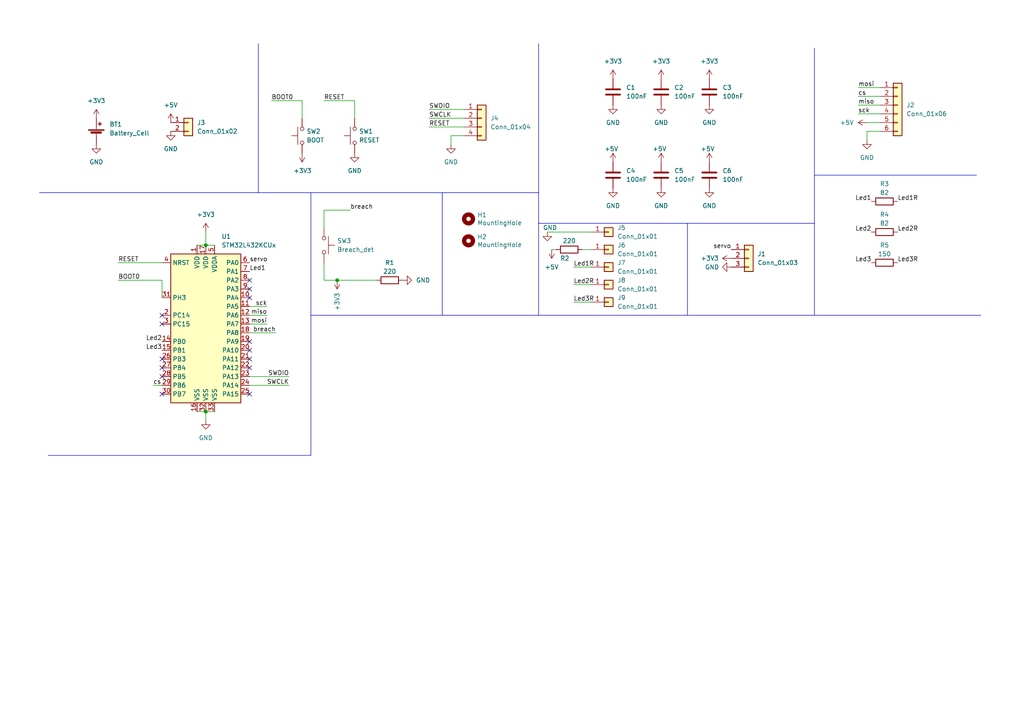
<source format=kicad_sch>
(kicad_sch (version 20230121) (generator eeschema)
  (paper "A4")
  (title_block (date "2022-06-07") (company "Mark De Craemere"))
  (lib_symbols
    (symbol "Connector_Generic:Conn_01x01" (pin_names (offset 1.016) hide)
      (property "Reference" "J" (at 0 2.54 0))
      (property "Value" "Conn_01x01" (at 0 -2.54 0))
      (symbol "Conn_01x01_1_1"
        (rectangle (start -1.27 0.127) (end 0 -0.127) (stroke (width 0.1524)))
        (rectangle (start -1.27 1.27) (end 1.27 -1.27) (stroke (width 0.254)) (fill (type background)))
        (pin passive line (at -5.08 0 0) (length 3.81) (name "Pin_1") (number "1"))
      )
    )
    (symbol "Connector_Generic:Conn_01x02" (pin_names (offset 1.016) hide)
      (property "Reference" "J" (at 0 2.54 0))
      (property "Value" "Conn_01x02" (at 0 -5.08 0))
      (symbol "Conn_01x02_1_1"
        (rectangle (start -1.27 -2.413) (end 0 -2.667) (stroke (width 0.1524)))
        (rectangle (start -1.27 0.127) (end 0 -0.127) (stroke (width 0.1524)))
        (rectangle (start -1.27 1.27) (end 1.27 -3.81) (stroke (width 0.254)) (fill (type background)))
        (pin passive line (at -5.08 0 0) (length 3.81) (name "Pin_1") (number "1"))
        (pin passive line (at -5.08 -2.54 0) (length 3.81) (name "Pin_2") (number "2"))
      )
    )
    (symbol "Connector_Generic:Conn_01x03" (pin_names (offset 1.016) hide)
      (property "Reference" "J" (at 0 5.08 0))
      (property "Value" "Conn_01x03" (at 0 -5.08 0))
      (symbol "Conn_01x03_1_1"
        (rectangle (start -1.27 -2.413) (end 0 -2.667) (stroke (width 0.1524)))
        (rectangle (start -1.27 0.127) (end 0 -0.127) (stroke (width 0.1524)))
        (rectangle (start -1.27 2.667) (end 0 2.413) (stroke (width 0.1524)))
        (rectangle (start -1.27 3.81) (end 1.27 -3.81) (stroke (width 0.254)) (fill (type background)))
        (pin passive line (at -5.08 2.54 0) (length 3.81) (name "Pin_1") (number "1"))
        (pin passive line (at -5.08 0 0) (length 3.81) (name "Pin_2") (number "2"))
        (pin passive line (at -5.08 -2.54 0) (length 3.81) (name "Pin_3") (number "3"))
      )
    )
    (symbol "Connector_Generic:Conn_01x04" (pin_names (offset 1.016) hide)
      (property "Reference" "J" (at 0 5.08 0))
      (property "Value" "Conn_01x04" (at 0 -7.62 0))
      (symbol "Conn_01x04_1_1"
        (rectangle (start -1.27 -4.953) (end 0 -5.207) (stroke (width 0.1524)))
        (rectangle (start -1.27 -2.413) (end 0 -2.667) (stroke (width 0.1524)))
        (rectangle (start -1.27 0.127) (end 0 -0.127) (stroke (width 0.1524)))
        (rectangle (start -1.27 2.667) (end 0 2.413) (stroke (width 0.1524)))
        (rectangle (start -1.27 3.81) (end 1.27 -6.35) (stroke (width 0.254)) (fill (type background)))
        (pin passive line (at -5.08 2.54 0) (length 3.81) (name "Pin_1") (number "1"))
        (pin passive line (at -5.08 0 0) (length 3.81) (name "Pin_2") (number "2"))
        (pin passive line (at -5.08 -2.54 0) (length 3.81) (name "Pin_3") (number "3"))
        (pin passive line (at -5.08 -5.08 0) (length 3.81) (name "Pin_4") (number "4"))
      )
    )
    (symbol "Connector_Generic:Conn_01x06" (pin_names (offset 1.016) hide)
      (property "Reference" "J" (at 0 7.62 0))
      (property "Value" "Conn_01x06" (at 0 -10.16 0))
      (symbol "Conn_01x06_1_1"
        (rectangle (start -1.27 -7.493) (end 0 -7.747) (stroke (width 0.1524)))
        (rectangle (start -1.27 -4.953) (end 0 -5.207) (stroke (width 0.1524)))
        (rectangle (start -1.27 -2.413) (end 0 -2.667) (stroke (width 0.1524)))
        (rectangle (start -1.27 0.127) (end 0 -0.127) (stroke (width 0.1524)))
        (rectangle (start -1.27 2.667) (end 0 2.413) (stroke (width 0.1524)))
        (rectangle (start -1.27 5.207) (end 0 4.953) (stroke (width 0.1524)))
        (rectangle (start -1.27 6.35) (end 1.27 -8.89) (stroke (width 0.254)) (fill (type background)))
        (pin passive line (at -5.08 5.08 0) (length 3.81) (name "Pin_1") (number "1"))
        (pin passive line (at -5.08 2.54 0) (length 3.81) (name "Pin_2") (number "2"))
        (pin passive line (at -5.08 0 0) (length 3.81) (name "Pin_3") (number "3"))
        (pin passive line (at -5.08 -2.54 0) (length 3.81) (name "Pin_4") (number "4"))
        (pin passive line (at -5.08 -5.08 0) (length 3.81) (name "Pin_5") (number "5"))
        (pin passive line (at -5.08 -7.62 0) (length 3.81) (name "Pin_6") (number "6"))
      )
    )
    (symbol "Device:Battery_Cell" (pin_numbers hide) (pin_names (offset 0) hide)
      (property "Reference" "BT" (at 2.54 2.54 0))
      (property "Value" "Battery_Cell" (at 2.54 0 0))
      (symbol "Battery_Cell_0_1"
        (rectangle (start -2.286 1.778) (end 2.286 1.524) (fill (type outline)))
        (rectangle (start -1.5748 1.1938) (end 1.4732 0.6858) (fill (type outline)))
        (polyline (pts (xy 0 0.762) (xy 0 0)))
        (polyline (pts (xy 0 1.778) (xy 0 2.54)))
        (polyline (pts (xy 0.508 3.429) (xy 1.524 3.429)) (stroke (width 0.254)))
        (polyline (pts (xy 1.016 3.937) (xy 1.016 2.921)) (stroke (width 0.254)))
      )
      (symbol "Battery_Cell_1_1"
        (pin passive line (at 0 5.08 270) (length 2.54) (name "+") (number "1"))
        (pin passive line (at 0 -2.54 90) (length 2.54) (name "-") (number "2"))
      )
    )
    (symbol "Device:C" (pin_numbers hide) (pin_names (offset 0.254))
      (property "Reference" "C" (at 0.635 2.54 0))
      (property "Value" "C" (at 0.635 -2.54 0))
      (symbol "C_0_1"
        (polyline (pts (xy -2.032 -0.762) (xy 2.032 -0.762)) (stroke (width 0.508)))
        (polyline (pts (xy -2.032 0.762) (xy 2.032 0.762)) (stroke (width 0.508)))
      )
      (symbol "C_1_1"
        (pin passive line (at 0 3.81 270) (length 2.794) (name "~") (number "1"))
        (pin passive line (at 0 -3.81 90) (length 2.794) (name "~") (number "2"))
      )
    )
    (symbol "Device:R" (pin_numbers hide) (pin_names (offset 0))
      (property "Reference" "R" (at 2.032 0 90))
      (property "Value" "R" (at 0 0 90))
      (symbol "R_0_1"
        (rectangle (start -1.016 -2.54) (end 1.016 2.54) (stroke (width 0.254)))
      )
      (symbol "R_1_1"
        (pin passive line (at 0 3.81 270) (length 1.27) (name "~") (number "1"))
        (pin passive line (at 0 -3.81 90) (length 1.27) (name "~") (number "2"))
      )
    )
    (symbol "MCU_ST_STM32L4:STM32L432KCUx"
      (property "Reference" "U" (at -10.16 21.59 0))
      (property "Value" "STM32L432KCUx" (at 5.08 21.59 0))
      (symbol "STM32L432KCUx_0_1"
        (rectangle (start -10.16 -22.86) (end 10.16 20.32) (stroke (width 0.254)) (fill (type background)))
      )
      (symbol "STM32L432KCUx_1_1"
        (pin power_in line (at -2.54 22.86 270) (length 2.54) (name "VDD") (number "1"))
        (pin bidirectional line (at 12.7 7.62 180) (length 2.54) (name "PA4") (number "10"))
        (pin bidirectional line (at 12.7 5.08 180) (length 2.54) (name "PA5") (number "11"))
        (pin bidirectional line (at 12.7 2.54 180) (length 2.54) (name "PA6") (number "12"))
        (pin bidirectional line (at 12.7 0 180) (length 2.54) (name "PA7") (number "13"))
        (pin bidirectional line (at -12.7 -5.08 0) (length 2.54) (name "PB0") (number "14"))
        (pin bidirectional line (at -12.7 -7.62 0) (length 2.54) (name "PB1") (number "15"))
        (pin power_in line (at -2.54 -25.4 90) (length 2.54) (name "VSS") (number "16"))
        (pin power_in line (at 0 22.86 270) (length 2.54) (name "VDD") (number "17"))
        (pin bidirectional line (at 12.7 -2.54 180) (length 2.54) (name "PA8") (number "18"))
        (pin bidirectional line (at 12.7 -5.08 180) (length 2.54) (name "PA9") (number "19"))
        (pin bidirectional line (at -12.7 2.54 0) (length 2.54) (name "PC14") (number "2"))
        (pin bidirectional line (at 12.7 -7.62 180) (length 2.54) (name "PA10") (number "20"))
        (pin bidirectional line (at 12.7 -10.16 180) (length 2.54) (name "PA11") (number "21"))
        (pin bidirectional line (at 12.7 -12.7 180) (length 2.54) (name "PA12") (number "22"))
        (pin bidirectional line (at 12.7 -15.24 180) (length 2.54) (name "PA13") (number "23"))
        (pin bidirectional line (at 12.7 -17.78 180) (length 2.54) (name "PA14") (number "24"))
        (pin bidirectional line (at 12.7 -20.32 180) (length 2.54) (name "PA15") (number "25"))
        (pin bidirectional line (at -12.7 -10.16 0) (length 2.54) (name "PB3") (number "26"))
        (pin bidirectional line (at -12.7 -12.7 0) (length 2.54) (name "PB4") (number "27"))
        (pin bidirectional line (at -12.7 -15.24 0) (length 2.54) (name "PB5") (number "28"))
        (pin bidirectional line (at -12.7 -17.78 0) (length 2.54) (name "PB6") (number "29"))
        (pin bidirectional line (at -12.7 0 0) (length 2.54) (name "PC15") (number "3"))
        (pin bidirectional line (at -12.7 -20.32 0) (length 2.54) (name "PB7") (number "30"))
        (pin bidirectional line (at -12.7 7.62 0) (length 2.54) (name "PH3") (number "31"))
        (pin power_in line (at 0 -25.4 90) (length 2.54) (name "VSS") (number "32"))
        (pin power_in line (at 2.54 -25.4 90) (length 2.54) (name "VSS") (number "33"))
        (pin input line (at -12.7 17.78 0) (length 2.54) (name "NRST") (number "4"))
        (pin power_in line (at 2.54 22.86 270) (length 2.54) (name "VDDA") (number "5"))
        (pin bidirectional line (at 12.7 17.78 180) (length 2.54) (name "PA0") (number "6"))
        (pin bidirectional line (at 12.7 15.24 180) (length 2.54) (name "PA1") (number "7"))
        (pin bidirectional line (at 12.7 12.7 180) (length 2.54) (name "PA2") (number "8"))
        (pin bidirectional line (at 12.7 10.16 180) (length 2.54) (name "PA3") (number "9"))
      )
    )
    (symbol "Mechanical:MountingHole" (pin_names (offset 1.016))
      (property "Reference" "H" (at 0 5.08 0))
      (property "Value" "MountingHole" (at 0 3.175 0))
      (symbol "MountingHole_0_1"
        (circle (center 0 0) (radius 1.27) (stroke (width 1.27)))
      )
    )
    (symbol "Switch:SW_Push" (pin_numbers hide) (pin_names (offset 1.016) hide)
      (property "Reference" "SW" (at 1.27 2.54 0))
      (property "Value" "SW_Push" (at 0 -1.524 0))
      (symbol "SW_Push_0_1"
        (circle (center -2.032 0) (radius 0.508))
        (polyline (pts (xy 0 1.27) (xy 0 3.048)))
        (polyline (pts (xy 2.54 1.27) (xy -2.54 1.27)))
        (circle (center 2.032 0) (radius 0.508))
        (pin passive line (at -5.08 0 0) (length 2.54) (name "1") (number "1"))
        (pin passive line (at 5.08 0 180) (length 2.54) (name "2") (number "2"))
      )
    )
    (symbol "power:+3.3V" (power) (pin_names (offset 0))
      (property "Value" "+3.3V" (at 0 3.556 0))
      (symbol "+3.3V_0_1"
        (polyline (pts (xy -0.762 1.27) (xy 0 2.54)))
        (polyline (pts (xy 0 0) (xy 0 2.54)))
        (polyline (pts (xy 0 2.54) (xy 0.762 1.27)))
      )
      (symbol "+3.3V_1_1"
        (pin power_in line (at 0 0 90) (length 0) hide (name "+3V3") (number "1"))
      )
    )
    (symbol "power:+5V" (power) (pin_names (offset 0))
      (property "Value" "+5V" (at 0 3.556 0))
      (symbol "+5V_0_1"
        (polyline (pts (xy -0.762 1.27) (xy 0 2.54)))
        (polyline (pts (xy 0 0) (xy 0 2.54)))
        (polyline (pts (xy 0 2.54) (xy 0.762 1.27)))
      )
      (symbol "+5V_1_1"
        (pin power_in line (at 0 0 90) (length 0) hide (name "+5V") (number "1"))
      )
    )
    (symbol "power:GND" (power) (pin_names (offset 0))
      (property "Value" "GND" (at 0 -3.81 0))
      (symbol "GND_0_1"
        (polyline (pts (xy 0 0) (xy 0 -1.27) (xy 1.27 -1.27) (xy 0 -2.54) (xy -1.27 -1.27) (xy 0 -1.27)))
      )
      (symbol "GND_1_1"
        (pin power_in line (at 0 0 270) (length 0) hide (name "GND") (number "1"))
      )
    )
  )
  (junction (at 59.69 119.38))
  (junction (at 59.69 71.12))
  (junction (at 97.79 81.28))
  (no_connect (at 72.39 99.06))
  (no_connect (at 72.39 101.6))
  (no_connect (at 46.99 91.44))
  (no_connect (at 46.99 93.98))
  (no_connect (at 72.39 104.14))
  (no_connect (at 72.39 106.68))
  (no_connect (at 46.99 106.68))
  (no_connect (at 46.99 114.3))
  (no_connect (at 46.99 109.22))
  (no_connect (at 72.39 114.3))
  (no_connect (at 72.39 81.28))
  (no_connect (at 72.39 83.82))
  (no_connect (at 46.99 104.14))
  (no_connect (at 72.39 86.36))
  (wire (pts (xy 130.81 39.37) (xy 130.81 41.91)))
  (wire (pts (xy 93.98 60.96) (xy 101.6 60.96)))
  (wire (pts (xy 59.69 119.38) (xy 62.23 119.38)))
  (wire (pts (xy 248.92 27.94) (xy 255.27 27.94)))
  (wire (pts (xy 166.37 87.63) (xy 171.45 87.63)))
  (polyline (pts (xy 199.39 91.44) (xy 199.39 64.77)))
  (polyline (pts (xy 156.21 64.77) (xy 236.22 64.77)))
  (wire (pts (xy 72.39 91.44) (xy 77.47 91.44)))
  (wire (pts (xy 124.46 31.75) (xy 134.62 31.75)))
  (wire (pts (xy 168.91 72.39) (xy 171.45 72.39)))
  (wire (pts (xy 251.46 35.56) (xy 255.27 35.56)))
  (wire (pts (xy 72.39 109.22) (xy 83.82 109.22)))
  (polyline (pts (xy 90.17 91.44) (xy 128.27 91.44)))
  (wire (pts (xy 248.92 25.4) (xy 255.27 25.4)))
  (wire (pts (xy 248.92 33.02) (xy 255.27 33.02)))
  (wire (pts (xy 166.37 77.47) (xy 171.45 77.47)))
  (wire (pts (xy 102.87 34.29) (xy 102.87 29.21)))
  (wire (pts (xy 46.99 86.36) (xy 46.99 81.28)))
  (wire (pts (xy 72.39 88.9) (xy 77.47 88.9)))
  (wire (pts (xy 34.29 76.2) (xy 46.99 76.2)))
  (polyline (pts (xy 156.21 91.44) (xy 199.39 91.44)))
  (wire (pts (xy 160.02 72.39) (xy 161.29 72.39)))
  (wire (pts (xy 166.37 82.55) (xy 171.45 82.55)))
  (polyline (pts (xy 283.21 50.8) (xy 236.22 50.8)))
  (polyline (pts (xy 156.21 12.7) (xy 156.21 55.88)))
  (polyline (pts (xy 236.22 91.44) (xy 284.48 91.44)))
  (polyline (pts (xy 156.21 55.88) (xy 156.21 64.77)))
  (wire (pts (xy 93.98 81.28) (xy 97.79 81.28)))
  (polyline (pts (xy 11.43 55.88) (xy 74.93 55.88)))
  (polyline (pts (xy 236.22 64.77) (xy 236.22 50.8)))
  (polyline (pts (xy 236.22 13.97) (xy 236.22 50.8)))
  (wire (pts (xy 59.69 67.31) (xy 59.69 71.12)))
  (polyline (pts (xy 199.39 91.44) (xy 236.22 91.44)))
  (wire (pts (xy 59.69 71.12) (xy 62.23 71.12)))
  (wire (pts (xy 34.29 81.28) (xy 46.99 81.28)))
  (wire (pts (xy 158.75 67.31) (xy 171.45 67.31)))
  (wire (pts (xy 124.46 36.83) (xy 134.62 36.83)))
  (polyline (pts (xy 128.27 91.44) (xy 128.27 55.88)))
  (wire (pts (xy 78.74 29.21) (xy 87.63 29.21)))
  (wire (pts (xy 134.62 39.37) (xy 130.81 39.37)))
  (polyline (pts (xy 156.21 64.77) (xy 156.21 91.44)))
  (wire (pts (xy 72.39 96.52) (xy 80.01 96.52)))
  (wire (pts (xy 93.98 66.04) (xy 93.98 60.96)))
  (wire (pts (xy 59.69 119.38) (xy 59.69 121.92)))
  (wire (pts (xy 251.46 38.1) (xy 251.46 40.64)))
  (wire (pts (xy 97.79 81.28) (xy 109.22 81.28)))
  (wire (pts (xy 57.15 119.38) (xy 59.69 119.38)))
  (polyline (pts (xy 74.93 55.88) (xy 156.21 55.88)))
  (polyline (pts (xy 236.22 91.44) (xy 236.22 64.77)))
  (polyline (pts (xy 90.17 132.08) (xy 90.17 55.88)))
  (wire (pts (xy 57.15 71.12) (xy 59.69 71.12)))
  (wire (pts (xy 72.39 93.98) (xy 77.47 93.98)))
  (wire (pts (xy 124.46 34.29) (xy 134.62 34.29)))
  (polyline (pts (xy 156.21 91.44) (xy 128.27 91.44)))
  (wire (pts (xy 72.39 111.76) (xy 83.82 111.76)))
  (wire (pts (xy 44.45 111.76) (xy 46.99 111.76)))
  (polyline (pts (xy 74.93 12.7) (xy 74.93 55.88)))
  (wire (pts (xy 87.63 34.29) (xy 87.63 29.21)))
  (wire (pts (xy 251.46 38.1) (xy 255.27 38.1)))
  (polyline (pts (xy 13.97 132.08) (xy 90.17 132.08)))
  (wire (pts (xy 248.92 30.48) (xy 255.27 30.48)))
  (wire (pts (xy 93.98 76.2) (xy 93.98 81.28)))
  (wire (pts (xy 93.98 29.21) (xy 102.87 29.21)))
  (label "Led1R" (at 260.35 58.42 0))
  (label "cs" (at 248.92 27.94 0))
  (label "miso" (at 248.92 30.48 0))
  (label "breach" (at 101.6 60.96 0))
  (label "RESET" (at 93.98 29.21 0))
  (label "Led2" (at 252.73 67.31 180))
  (label "sck" (at 248.92 33.02 0))
  (label "SWCLK" (at 83.82 111.76 180))
  (label "mosi" (at 248.92 25.4 0))
  (label "BOOT0" (at 34.29 81.28 0))
  (label "servo" (at 72.39 76.2 0))
  (label "Led3" (at 46.99 101.6 180))
  (label "cs" (at 44.45 111.76 0))
  (label "SWCLK" (at 124.46 34.29 0))
  (label "sck" (at 77.47 88.9 180))
  (label "Led1" (at 72.39 78.74 0))
  (label "SWDIO" (at 83.82 109.22 180))
  (label "miso" (at 77.47 91.44 180))
  (label "RESET" (at 34.29 76.2 0))
  (label "Led2" (at 46.99 99.06 180))
  (label "breach" (at 80.01 96.52 180))
  (label "Led3R" (at 166.37 87.63 0))
  (label "Led1R" (at 166.37 77.47 0))
  (label "BOOT0" (at 78.74 29.21 0))
  (label "SWDIO" (at 124.46 31.75 0))
  (label "Led3" (at 252.73 76.2 180))
  (label "Led1" (at 252.73 58.42 180))
  (label "Led2R" (at 260.35 67.31 0))
  (label "Led2R" (at 166.37 82.55 0))
  (label "Led3R" (at 260.35 76.2 0))
  (label "mosi" (at 77.47 93.98 180))
  (label "RESET" (at 124.46 36.83 0))
  (label "servo" (at 212.09 72.39 180))
  (symbol (lib_id "Device:R") (at 165.1 72.39 90) (unit 1)
    (property "Reference" "R2" (at 163.83 74.93 90))
    (property "Value" "220" (at 165.1 69.85 90))
    (property "Footprint" "Resistor_SMD:R_0805_2012Metric_Pad1.20x1.40mm_HandSolder" (effects hide))
  )
  (symbol (lib_id "Device:R") (at 256.54 58.42 90) (unit 1)
    (property "Reference" "R3" (at 256.54 53.34 90))
    (property "Value" "82" (at 256.54 55.88 90))
    (property "Footprint" "Resistor_SMD:R_0805_2012Metric_Pad1.20x1.40mm_HandSolder" (effects hide))
  )
  (symbol (lib_id "Device:C") (at 177.8 26.67 0) (unit 1)
    (property "Reference" "C1" (at 181.61 25.3999 0) (effects (justify left)))
    (property "Value" "100nF" (at 181.61 27.9399 0) (effects (justify left)))
    (property "Footprint" "Capacitor_SMD:C_0603_1608Metric_Pad1.08x0.95mm_HandSolder" (effects hide))
  )
  (symbol (lib_id "Device:C") (at 191.77 50.8 0) (unit 1)
    (property "Reference" "C5" (at 195.58 49.5299 0) (effects (justify left)))
    (property "Value" "100nF" (at 195.58 52.0699 0) (effects (justify left)))
    (property "Footprint" "Capacitor_SMD:C_0603_1608Metric_Pad1.08x0.95mm_HandSolder" (effects hide))
  )
  (symbol (lib_id "Device:Battery_Cell") (at 27.94 39.37 0) (unit 1)
    (property "Reference" "BT1" (at 31.75 36.0679 0) (effects (justify left)))
    (property "Value" "Battery_Cell" (at 31.75 38.6079 0) (effects (justify left)))
    (property "Footprint" "Battery:BatteryHolder_Keystone_3002_1x2032" (effects hide))
  )
  (symbol (lib_id "power:GND") (at 205.74 30.48 0) (unit 1)
    (property "Reference" "#PWR0114" (effects hide))
    (property "Value" "GND" (at 205.74 35.56 0))
  )
  (symbol (lib_id "power:+3.3V") (at 212.09 74.93 90) (unit 1)
    (property "Reference" "#PWR0109" (effects hide))
    (property "Value" "+3.3V" (at 203.2 74.93 90) (effects (justify right)))
  )
  (symbol (lib_id "Connector_Generic:Conn_01x01") (at 176.53 72.39 0) (unit 1)
    (property "Reference" "J6" (at 179.07 71.1199 0) (effects (justify left)))
    (property "Value" "Conn_01x01" (at 179.07 73.6599 0) (effects (justify left)))
    (property "Footprint" "Connector_Wire:SolderWirePad_1x01_SMD_1x2mm" (effects hide))
  )
  (symbol (lib_id "power:+3.3V") (at 97.79 81.28 180) (unit 1)
    (property "Reference" "#PWR0120" (effects hide))
    (property "Value" "+3.3V" (at 97.79 90.17 90) (effects (justify right)))
  )
  (symbol (lib_id "power:GND") (at 191.77 30.48 0) (unit 1)
    (property "Reference" "#PWR0104" (effects hide))
    (property "Value" "GND" (at 191.77 35.56 0))
  )
  (symbol (lib_id "Connector_Generic:Conn_01x01") (at 176.53 82.55 0) (unit 1)
    (property "Reference" "J8" (at 179.07 81.2799 0) (effects (justify left)))
    (property "Value" "Conn_01x01" (at 179.07 83.8199 0) (effects (justify left)))
    (property "Footprint" "Connector_Wire:SolderWirePad_1x01_SMD_1x2mm" (effects hide))
  )
  (symbol (lib_id "power:+5V") (at 177.8 46.99 0) (unit 1)
    (property "Reference" "#PWR0137" (effects hide))
    (property "Value" "+5V" (at 175.26 43.18 0) (effects (justify left)))
  )
  (symbol (lib_id "Switch:SW_Push") (at 102.87 39.37 90) (unit 1)
    (property "Reference" "SW1" (at 104.14 38.0999 90) (effects (justify right)))
    (property "Value" "RESET" (at 104.14 40.6399 90) (effects (justify right)))
    (property "Footprint" "Jumper:SolderJumper-2_P1.3mm_Open_Pad1.0x1.5mm" (effects hide))
  )
  (symbol (lib_id "Connector_Generic:Conn_01x03") (at 217.17 74.93 0) (unit 1)
    (property "Reference" "J1" (at 219.71 73.6599 0) (effects (justify left)))
    (property "Value" "Conn_01x03" (at 219.71 76.1999 0) (effects (justify left)))
    (property "Footprint" "Connector_PinHeader_2.54mm:PinHeader_1x03_P2.54mm_Vertical" (effects hide))
  )
  (symbol (lib_id "Connector_Generic:Conn_01x04") (at 139.7 34.29 0) (unit 1)
    (property "Reference" "J4" (at 142.24 34.2899 0) (effects (justify left)))
    (property "Value" "Conn_01x04" (at 142.24 36.8299 0) (effects (justify left)))
    (property "Footprint" "Connector_PinHeader_2.54mm:PinHeader_1x04_P2.54mm_Vertical" (effects hide))
  )
  (symbol (lib_id "power:GND") (at 251.46 40.64 0) (unit 1)
    (property "Reference" "#PWR0124" (effects hide))
    (property "Value" "GND" (at 251.46 45.72 0))
  )
  (symbol (lib_id "power:GND") (at 102.87 44.45 0) (unit 1)
    (property "Reference" "#PWR0110" (effects hide))
    (property "Value" "GND" (at 102.87 49.53 0))
  )
  (symbol (lib_id "Connector_Generic:Conn_01x01") (at 176.53 77.47 0) (unit 1)
    (property "Reference" "J7" (at 179.07 76.1999 0) (effects (justify left)))
    (property "Value" "Conn_01x01" (at 179.07 78.7399 0) (effects (justify left)))
    (property "Footprint" "Connector_Wire:SolderWirePad_1x01_SMD_1x2mm" (effects hide))
  )
  (symbol (lib_id "power:GND") (at 205.74 54.61 0) (unit 1)
    (property "Reference" "#PWR0133" (effects hide))
    (property "Value" "GND" (at 205.74 59.69 0))
  )
  (symbol (lib_id "Connector_Generic:Conn_01x01") (at 176.53 67.31 0) (unit 1)
    (property "Reference" "J5" (at 179.07 66.0399 0) (effects (justify left)))
    (property "Value" "Conn_01x01" (at 179.07 68.5799 0) (effects (justify left)))
    (property "Footprint" "Connector_Wire:SolderWirePad_1x01_SMD_1x2mm" (effects hide))
  )
  (symbol (lib_id "Device:R") (at 113.03 81.28 90) (unit 1)
    (property "Reference" "R1" (at 113.03 76.2 90))
    (property "Value" "220" (at 113.03 78.74 90))
    (property "Footprint" "Resistor_SMD:R_0805_2012Metric_Pad1.20x1.40mm_HandSolder" (effects hide))
  )
  (symbol (lib_id "power:GND") (at 27.94 41.91 0) (unit 1)
    (property "Reference" "#PWR0112" (effects hide))
    (property "Value" "GND" (at 27.94 46.99 0))
  )
  (symbol (lib_id "Connector_Generic:Conn_01x06") (at 260.35 30.48 0) (unit 1)
    (property "Reference" "J2" (at 262.89 30.4799 0) (effects (justify left)))
    (property "Value" "Conn_01x06" (at 262.89 33.0199 0) (effects (justify left)))
    (property "Footprint" "Connector_PinHeader_2.54mm:PinHeader_1x06_P2.54mm_Vertical" (effects hide))
  )
  (symbol (lib_id "Connector_Generic:Conn_01x01") (at 176.53 87.63 0) (unit 1)
    (property "Reference" "J9" (at 179.07 86.3599 0) (effects (justify left)))
    (property "Value" "Conn_01x01" (at 179.07 88.8999 0) (effects (justify left)))
    (property "Footprint" "Connector_Wire:SolderWirePad_1x01_SMD_1x2mm" (effects hide))
  )
  (symbol (lib_id "power:GND") (at 49.53 38.1 0) (unit 1)
    (property "Reference" "#PWR0102" (effects hide))
    (property "Value" "GND" (at 49.53 43.18 0))
  )
  (symbol (lib_id "Device:R") (at 256.54 67.31 90) (unit 1)
    (property "Reference" "R4" (at 256.54 62.23 90))
    (property "Value" "82" (at 256.54 64.77 90))
    (property "Footprint" "Resistor_SMD:R_0805_2012Metric_Pad1.20x1.40mm_HandSolder" (effects hide))
  )
  (symbol (lib_id "Device:C") (at 205.74 26.67 0) (unit 1)
    (property "Reference" "C3" (at 209.55 25.3999 0) (effects (justify left)))
    (property "Value" "100nF" (at 209.55 27.9399 0) (effects (justify left)))
    (property "Footprint" "Capacitor_SMD:C_0603_1608Metric_Pad1.08x0.95mm_HandSolder" (effects hide))
  )
  (symbol (lib_id "power:GND") (at 59.69 121.92 0) (unit 1)
    (property "Reference" "#PWR0108" (effects hide))
    (property "Value" "GND" (at 59.69 127 0))
  )
  (symbol (lib_id "Switch:SW_Push") (at 93.98 71.12 270) (unit 1)
    (property "Reference" "SW3" (at 97.79 69.8499 90) (effects (justify left)))
    (property "Value" "Breach_det" (at 97.79 72.3899 90) (effects (justify left)))
    (property "Footprint" "Button_Switch_SMD:SW_SPST_B3U-1000P" (effects hide))
  )
  (symbol (lib_id "Mechanical:MountingHole") (at 135.89 69.85 0) (unit 1)
    (property "Reference" "H2" (at 138.4301 68.7006 0) (effects (justify left)))
    (property "Value" "MountingHole" (at 138.4301 70.9993 0) (effects (justify left)))
    (property "Footprint" "MountingHole:MountingHole_3.2mm_M3" (effects hide))
  )
  (symbol (lib_id "power:+5V") (at 160.02 72.39 180) (unit 1)
    (property "Reference" "#PWR0117" (effects hide))
    (property "Value" "+5V" (at 160.02 77.47 0))
  )
  (symbol (lib_id "MCU_ST_STM32L4:STM32L432KCUx") (at 59.69 93.98 0) (unit 1)
    (property "Reference" "U1" (at 64.2494 68.58 0) (effects (justify left)))
    (property "Value" "STM32L432KCUx" (at 64.2494 71.12 0) (effects (justify left)))
    (property "Footprint" "Package_DFN_QFN:QFN-32-1EP_5x5mm_P0.5mm_EP3.45x3.45mm" (effects hide))
    (property "Datasheet" "http://www.st.com/st-web-ui/static/active/en/resource/technical/document/datasheet/DM00257205.pdf" (effects hide))
  )
  (symbol (lib_id "Mechanical:MountingHole") (at 135.89 63.5 0) (unit 1)
    (property "Reference" "H1" (at 138.4301 62.3506 0) (effects (justify left)))
    (property "Value" "MountingHole" (at 138.4301 64.6493 0) (effects (justify left)))
    (property "Footprint" "MountingHole:MountingHole_3.2mm_M3" (effects hide))
  )
  (symbol (lib_id "power:+3.3V") (at 27.94 34.29 0) (unit 1)
    (property "Reference" "#PWR0113" (effects hide))
    (property "Value" "+3.3V" (at 27.94 29.21 0))
  )
  (symbol (lib_id "power:GND") (at 116.84 81.28 90) (unit 1)
    (property "Reference" "#PWR0119" (effects hide))
    (property "Value" "GND" (at 120.65 81.2799 90) (effects (justify right)))
  )
  (symbol (lib_id "power:GND") (at 130.81 41.91 0) (unit 1)
    (property "Reference" "#PWR0116" (effects hide))
    (property "Value" "GND" (at 130.81 46.99 0))
  )
  (symbol (lib_id "Device:R") (at 256.54 76.2 90) (unit 1)
    (property "Reference" "R5" (at 256.54 71.12 90))
    (property "Value" "150" (at 256.54 73.66 90))
    (property "Footprint" "Resistor_SMD:R_0805_2012Metric_Pad1.20x1.40mm_HandSolder" (effects hide))
  )
  (symbol (lib_id "Device:C") (at 191.77 26.67 0) (unit 1)
    (property "Reference" "C2" (at 195.58 25.3999 0) (effects (justify left)))
    (property "Value" "100nF" (at 195.58 27.9399 0) (effects (justify left)))
    (property "Footprint" "Capacitor_SMD:C_0603_1608Metric_Pad1.08x0.95mm_HandSolder" (effects hide))
  )
  (symbol (lib_id "power:+5V") (at 49.53 35.56 0) (unit 1)
    (property "Reference" "#PWR0111" (effects hide))
    (property "Value" "+5V" (at 49.53 30.48 0))
  )
  (symbol (lib_id "power:+3.3V") (at 177.8 22.86 0) (unit 1)
    (property "Reference" "#PWR0107" (effects hide))
    (property "Value" "+3.3V" (at 177.8 17.78 0))
  )
  (symbol (lib_id "power:+3.3V") (at 59.69 67.31 0) (unit 1)
    (property "Reference" "#PWR0101" (effects hide))
    (property "Value" "+3.3V" (at 59.69 62.23 0))
  )
  (symbol (lib_id "Device:C") (at 205.74 50.8 0) (unit 1)
    (property "Reference" "C6" (at 209.55 49.5299 0) (effects (justify left)))
    (property "Value" "100nF" (at 209.55 52.0699 0) (effects (justify left)))
    (property "Footprint" "Capacitor_SMD:C_0603_1608Metric_Pad1.08x0.95mm_HandSolder" (effects hide))
  )
  (symbol (lib_id "power:GND") (at 212.09 77.47 270) (unit 1)
    (property "Reference" "#PWR0121" (effects hide))
    (property "Value" "GND" (at 204.47 77.47 90) (effects (justify left)))
  )
  (symbol (lib_id "power:GND") (at 177.8 54.61 0) (unit 1)
    (property "Reference" "#PWR0136" (effects hide))
    (property "Value" "GND" (at 177.8 59.69 0))
  )
  (symbol (lib_id "Connector_Generic:Conn_01x02") (at 54.61 35.56 0) (unit 1)
    (property "Reference" "J3" (at 57.15 35.5599 0) (effects (justify left)))
    (property "Value" "Conn_01x02" (at 57.15 38.0999 0) (effects (justify left)))
    (property "Footprint" "Connector_PinHeader_2.54mm:PinHeader_1x02_P2.54mm_Vertical" (effects hide))
  )
  (symbol (lib_id "Device:C") (at 177.8 50.8 0) (unit 1)
    (property "Reference" "C4" (at 181.61 49.5299 0) (effects (justify left)))
    (property "Value" "100nF" (at 181.61 52.0699 0) (effects (justify left)))
    (property "Footprint" "Capacitor_SMD:C_0603_1608Metric_Pad1.08x0.95mm_HandSolder" (effects hide))
  )
  (symbol (lib_id "power:+5V") (at 191.77 46.99 0) (unit 1)
    (property "Reference" "#PWR0134" (effects hide))
    (property "Value" "+5V" (at 189.23 43.18 0) (effects (justify left)))
  )
  (symbol (lib_id "power:GND") (at 177.8 30.48 0) (unit 1)
    (property "Reference" "#PWR0105" (effects hide))
    (property "Value" "GND" (at 177.8 35.56 0))
  )
  (symbol (lib_id "Switch:SW_Push") (at 87.63 39.37 90) (unit 1)
    (property "Reference" "SW2" (at 88.9 38.0999 90) (effects (justify right)))
    (property "Value" "BOOT" (at 88.9 40.6399 90) (effects (justify right)))
    (property "Footprint" "Jumper:SolderJumper-2_P1.3mm_Open_Pad1.0x1.5mm" (effects hide))
  )
  (symbol (lib_id "power:+3.3V") (at 87.63 44.45 180) (unit 1)
    (property "Reference" "#PWR0106" (effects hide))
    (property "Value" "+3.3V" (at 85.09 49.53 0) (effects (justify right)))
  )
  (symbol (lib_id "power:GND") (at 158.75 67.31 0) (unit 1)
    (property "Reference" "#PWR0118" (effects hide))
    (property "Value" "GND" (at 157.48 66.04 0) (effects (justify left)))
  )
  (symbol (lib_id "power:+3.3V") (at 191.77 22.86 0) (unit 1)
    (property "Reference" "#PWR0103" (effects hide))
    (property "Value" "+3.3V" (at 191.77 17.78 0))
  )
  (symbol (lib_id "power:+5V") (at 251.46 35.56 90) (unit 1)
    (property "Reference" "#PWR0122" (effects hide))
    (property "Value" "+5V" (at 247.65 35.5599 90) (effects (justify left)))
  )
  (symbol (lib_id "power:GND") (at 191.77 54.61 0) (unit 1)
    (property "Reference" "#PWR0135" (effects hide))
    (property "Value" "GND" (at 191.77 59.69 0))
  )
  (symbol (lib_id "power:+5V") (at 205.74 46.99 0) (unit 1)
    (property "Reference" "#PWR0132" (effects hide))
    (property "Value" "+5V" (at 203.2 43.18 0) (effects (justify left)))
  )
  (symbol (lib_id "power:+3.3V") (at 205.74 22.86 0) (unit 1)
    (property "Reference" "#PWR0115" (effects hide))
    (property "Value" "+3.3V" (at 205.74 17.78 0))
  )
)
</source>
